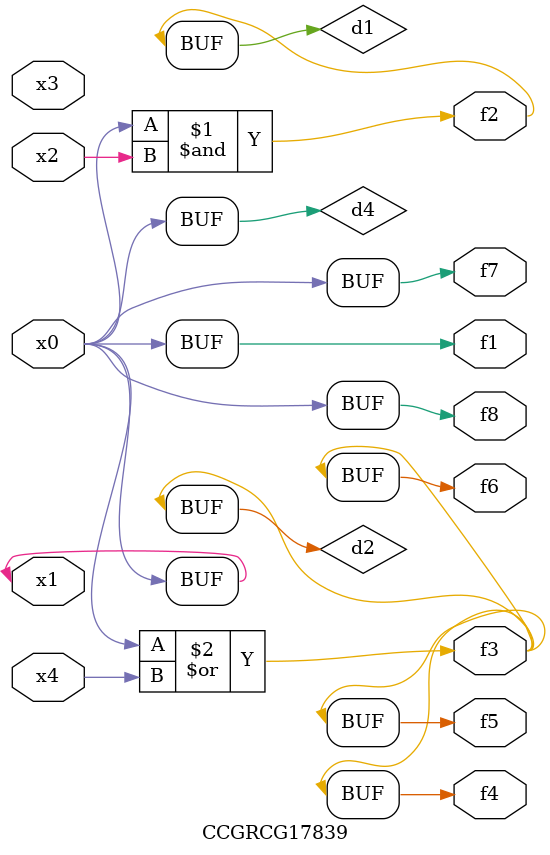
<source format=v>
module CCGRCG17839(
	input x0, x1, x2, x3, x4,
	output f1, f2, f3, f4, f5, f6, f7, f8
);

	wire d1, d2, d3, d4;

	and (d1, x0, x2);
	or (d2, x0, x4);
	nand (d3, x0, x2);
	buf (d4, x0, x1);
	assign f1 = d4;
	assign f2 = d1;
	assign f3 = d2;
	assign f4 = d2;
	assign f5 = d2;
	assign f6 = d2;
	assign f7 = d4;
	assign f8 = d4;
endmodule

</source>
